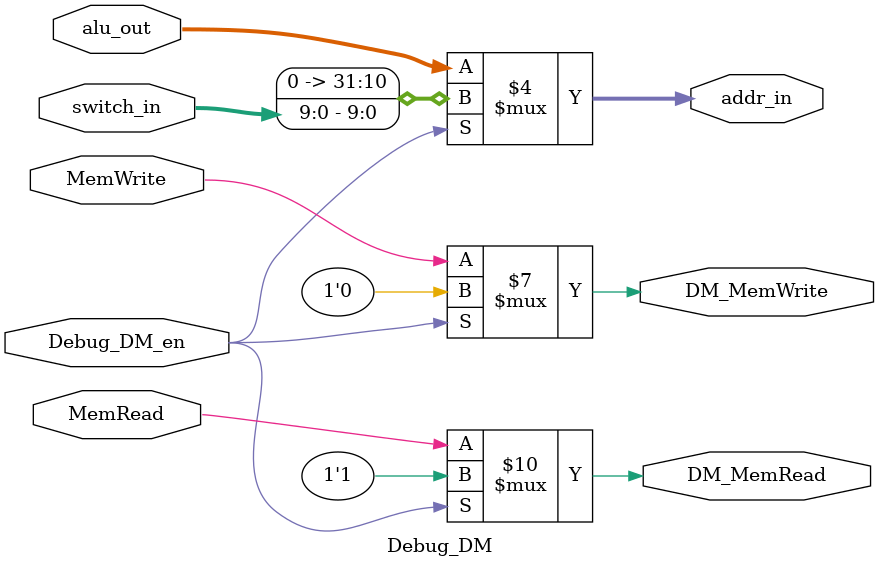
<source format=sv>
`ifndef _Debug_DM
`define _Debug_DM
`timescale 1ns / 1ps

module Debug_DM(
    input wire [31 : 0] alu_out,
    input wire MemRead,
    input wire MemWrite,
    input wire Debug_DM_en,
    input wire [9 : 0] switch_in,
    output reg [31 : 0] addr_in,
    output reg DM_MemRead,
    output reg DM_MemWrite
    );
    
    always_comb begin
        if (Debug_DM_en == 1'b1) begin
            DM_MemRead <= 1'b1;
            DM_MemWrite <= 1'b0;
            addr_in <= {22'd0 ,switch_in};
        end
        else begin
            DM_MemRead <= MemRead;
            DM_MemWrite <= MemWrite;
            addr_in <= alu_out;
        end
    end
    
endmodule

`endif
</source>
